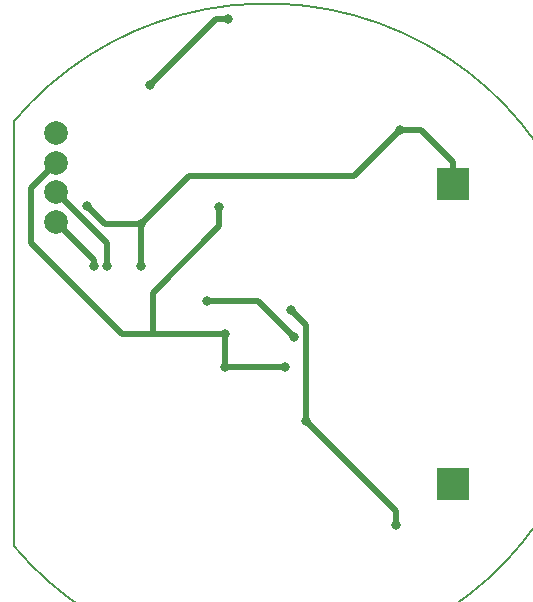
<source format=gbr>
G04 #@! TF.GenerationSoftware,KiCad,Pcbnew,(5.0.1)-4*
G04 #@! TF.CreationDate,2019-01-20T23:32:10-05:00*
G04 #@! TF.ProjectId,puck_design,7075636B5F64657369676E2E6B696361,rev?*
G04 #@! TF.SameCoordinates,Original*
G04 #@! TF.FileFunction,Copper,L2,Bot,Signal*
G04 #@! TF.FilePolarity,Positive*
%FSLAX46Y46*%
G04 Gerber Fmt 4.6, Leading zero omitted, Abs format (unit mm)*
G04 Created by KiCad (PCBNEW (5.0.1)-4) date 2019-01-20 11:32:10 PM*
%MOMM*%
%LPD*%
G01*
G04 APERTURE LIST*
G04 #@! TA.AperFunction,NonConductor*
%ADD10C,0.150000*%
G04 #@! TD*
G04 #@! TA.AperFunction,ComponentPad*
%ADD11R,2.781300X2.781300*%
G04 #@! TD*
G04 #@! TA.AperFunction,ComponentPad*
%ADD12C,2.000000*%
G04 #@! TD*
G04 #@! TA.AperFunction,ViaPad*
%ADD13C,0.812800*%
G04 #@! TD*
G04 #@! TA.AperFunction,Conductor*
%ADD14C,0.508000*%
G04 #@! TD*
G04 APERTURE END LIST*
D10*
X128550445Y-117911400D02*
X128550445Y-82050000D01*
X128550504Y-82011332D02*
G75*
G02X128550445Y-117911400I21429940J-17950069D01*
G01*
D11*
G04 #@! TO.P,BT1,1*
G04 #@! TO.N,+BATT*
X165748000Y-87300000D03*
G04 #@! TO.P,BT1,3*
G04 #@! TO.N,N/C*
X165748000Y-112700000D03*
G04 #@! TD*
D12*
G04 #@! TO.P,D1,1*
G04 #@! TO.N,Net-(D1-Pad1)*
X132160000Y-90480000D03*
G04 #@! TO.P,D1,2*
G04 #@! TO.N,Net-(D1-Pad2)*
X132160000Y-87980000D03*
G04 #@! TO.P,D1,3*
G04 #@! TO.N,VCC*
X132160000Y-85480000D03*
G04 #@! TO.P,D1,4*
G04 #@! TO.N,GND*
X132160000Y-82980000D03*
G04 #@! TD*
D13*
G04 #@! TO.N,Net-(D1-Pad2)*
X136460000Y-94230000D03*
G04 #@! TO.N,Net-(D1-Pad1)*
X135380000Y-94220000D03*
G04 #@! TO.N,+BATT*
X161270000Y-82720000D03*
G04 #@! TO.N,GND*
X146698000Y-73330000D03*
X140094000Y-78918000D03*
G04 #@! TO.N,+BATT*
X134760000Y-89170000D03*
G04 #@! TO.N,VCC*
X145936000Y-89216000D03*
G04 #@! TO.N,GND*
X160922000Y-116140000D03*
X153302000Y-107366000D03*
G04 #@! TO.N,+BATT*
X139332000Y-90694000D03*
X139332000Y-94250000D03*
G04 #@! TO.N,Net-(U1-Pad10)*
X144920000Y-97206000D03*
X152286000Y-100254000D03*
G04 #@! TO.N,GND*
X152032000Y-97968000D03*
G04 #@! TO.N,VCC*
X146444000Y-102794000D03*
X151524000Y-102794000D03*
X146444000Y-100000000D03*
G04 #@! TO.N,Net-(D1-Pad1)*
X135380000Y-94220000D03*
X135380000Y-94220000D03*
G04 #@! TD*
D14*
G04 #@! TO.N,GND*
X153302000Y-99238000D02*
X152032000Y-97968000D01*
X153302000Y-107366000D02*
X153302000Y-99238000D01*
X160922000Y-114986000D02*
X153302000Y-107366000D01*
X160922000Y-116140000D02*
X160922000Y-114986000D01*
X140094000Y-78918000D02*
X145682000Y-73330000D01*
X145682000Y-73330000D02*
X146698000Y-73330000D01*
G04 #@! TO.N,+BATT*
X139332000Y-94250000D02*
X139332000Y-90694000D01*
X136284000Y-90694000D02*
X134760000Y-89170000D01*
X139332000Y-90694000D02*
X136284000Y-90694000D01*
X157350000Y-86640000D02*
X161270000Y-82720000D01*
X139332000Y-90694000D02*
X143386000Y-86640000D01*
X143386000Y-86640000D02*
X157350000Y-86640000D01*
X161844736Y-82720000D02*
X161270000Y-82720000D01*
X163066650Y-82720000D02*
X161844736Y-82720000D01*
X165748000Y-85401350D02*
X163066650Y-82720000D01*
X165748000Y-87300000D02*
X165748000Y-85401350D01*
G04 #@! TO.N,VCC*
X151524000Y-102794000D02*
X146444000Y-102794000D01*
X146444000Y-102794000D02*
X146444000Y-100000000D01*
X145936000Y-89216000D02*
X145936000Y-90884000D01*
X140330000Y-96490000D02*
X140330000Y-100000000D01*
X145936000Y-90884000D02*
X140330000Y-96490000D01*
X146444000Y-100000000D02*
X140330000Y-100000000D01*
X129990000Y-87650000D02*
X132160000Y-85480000D01*
X129990000Y-92290000D02*
X129990000Y-87650000D01*
X140330000Y-100000000D02*
X137700000Y-100000000D01*
X137700000Y-100000000D02*
X129990000Y-92290000D01*
G04 #@! TO.N,Net-(U1-Pad10)*
X152286000Y-100254000D02*
X149238000Y-97206000D01*
X149238000Y-97206000D02*
X144920000Y-97206000D01*
G04 #@! TO.N,Net-(D1-Pad1)*
X135380000Y-93700000D02*
X132160000Y-90480000D01*
X135380000Y-94220000D02*
X135380000Y-93700000D01*
G04 #@! TO.N,Net-(D1-Pad2)*
X136460000Y-92280000D02*
X132160000Y-87980000D01*
X136460000Y-94230000D02*
X136460000Y-92280000D01*
G04 #@! TD*
M02*

</source>
